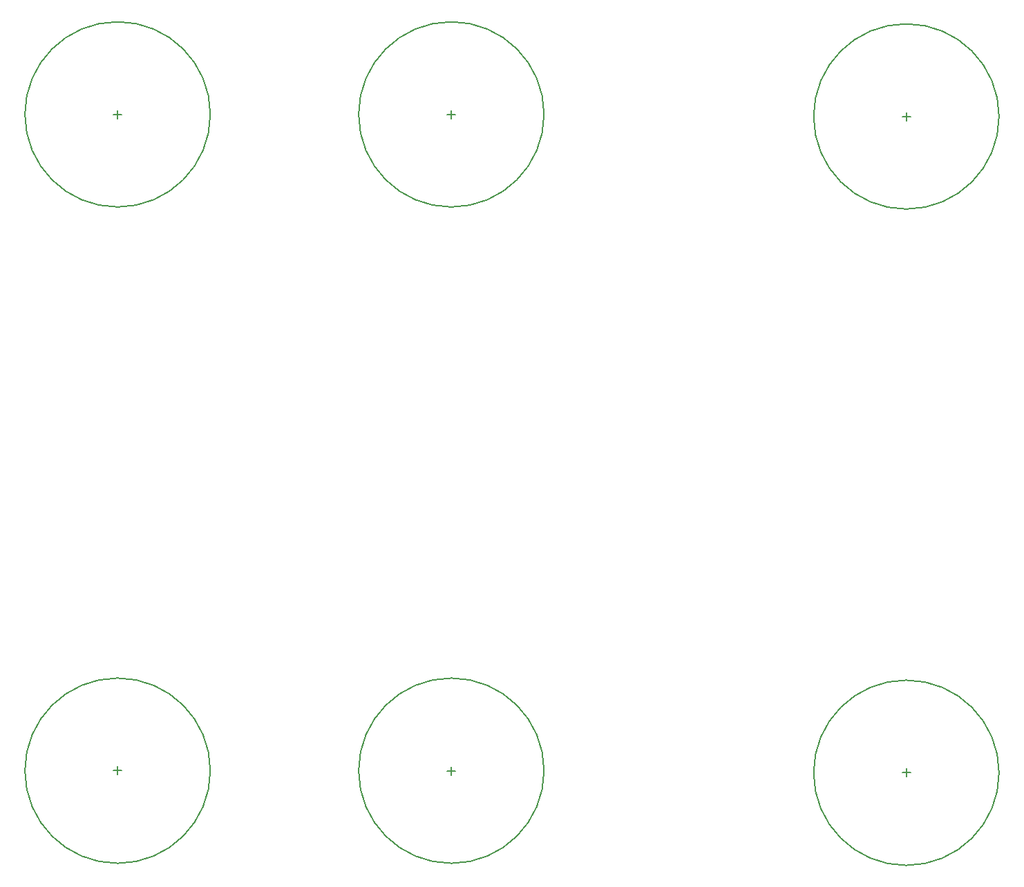
<source format=gbo>
%MOIN*%
%OFA0B0*%
%FSLAX46Y46*%
%IPPOS*%
%LPD*%
%ADD10C,0.005*%
%ADD21C,0.005*%
%LPD*%
D10*
X0001320559Y0001902165D02*
G75*
G03X0001320559Y0001902165I-0000447212D01*
G01*
X0000873346Y0001922165D02*
X0000873346Y0001882165D01*
X0000853346Y0001902165D02*
X0000893346Y0001902165D01*
X0002463346Y0001902125D02*
X0002503346Y0001902125D01*
X0002483346Y0001922125D02*
X0002483346Y0001882125D01*
X0002930559Y0001902125D02*
G75*
G03X0002930559Y0001902125I-0000447212D01*
G01*
X0005125559Y0001892165D02*
G75*
G03X0005125559Y0001892165I-0000447212D01*
G01*
X0004678346Y0001912165D02*
X0004678346Y0001872165D01*
X0004658346Y0001892165D02*
X0004698346Y0001892165D01*
G04 next file*
%LPD*%
G04 #@! TF.GenerationSoftware,KiCad,Pcbnew,(5.1.4)-1*
G04 #@! TF.CreationDate,2019-11-01T18:25:18+01:00*
G04 #@! TF.ProjectId,JCM800,4a434d38-3030-42e6-9b69-6361645f7063,rev?*
G04 #@! TF.SameCoordinates,Original*
G04 #@! TF.FileFunction,Legend,Bot*
G04 #@! TF.FilePolarity,Positive*
G04 Gerber Fmt 4.6, Leading zero omitted, Abs format (unit mm)*
G04 Created by KiCad (PCBNEW (5.1.4)-1) date 2019-11-01 18:25:18*
G04 APERTURE LIST*
G04 APERTURE END LIST*
D21*
X0001320559Y0005071456D02*
G75*
G03X0001320559Y0005071456I-0000447212D01*
G01*
X0000873346Y0005091456D02*
X0000873346Y0005051456D01*
X0000853346Y0005071456D02*
X0000893346Y0005071456D01*
X0002463346Y0005071417D02*
X0002503346Y0005071417D01*
X0002483346Y0005091417D02*
X0002483346Y0005051417D01*
X0002930559Y0005071417D02*
G75*
G03X0002930559Y0005071417I-0000447212D01*
G01*
X0005125559Y0005061456D02*
G75*
G03X0005125559Y0005061456I-0000447212D01*
G01*
X0004678346Y0005081456D02*
X0004678346Y0005041456D01*
X0004658346Y0005061456D02*
X0004698346Y0005061456D01*
M02*
</source>
